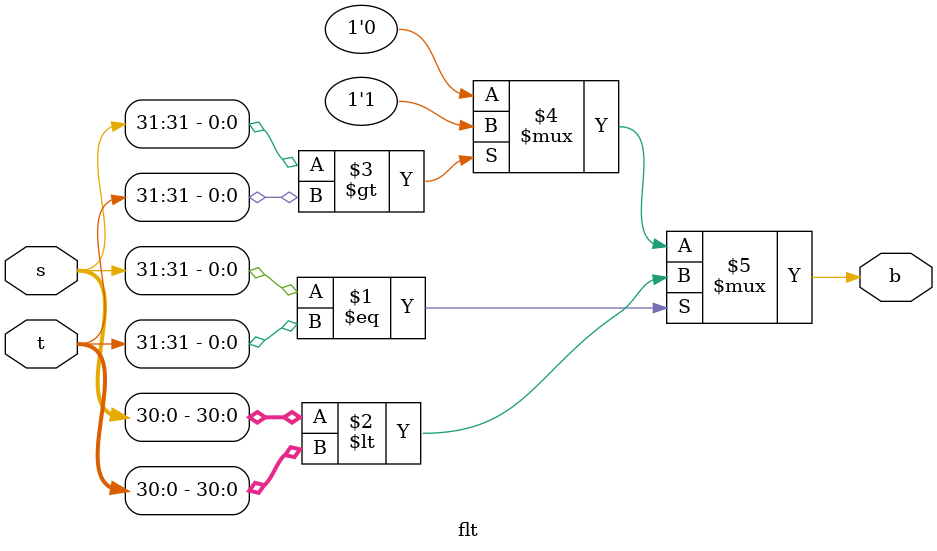
<source format=v>
module flt(
  input wire [31:0] s,
  input wire [31:0] t,
  output wire b
);

assign b =
  (s[31:31] == t[31:31]) ? (s[30:0] < t[30:0]) :
  (s[31:31] > t[31:31]) ? 1'b1 :
  1'b0;

endmodule
</source>
